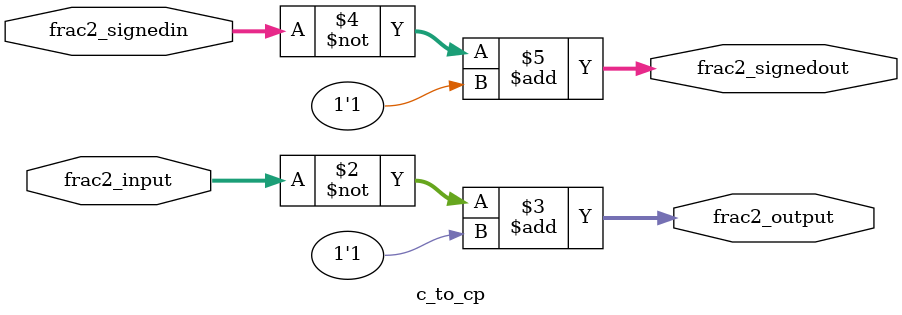
<source format=sv>
module c_to_cp
  (
   input [26:0] frac2_input,//25
   input [26:0] frac2_signedin,
   output reg [26:0] frac2_output,//25
   output reg [26:0] frac2_signedout
   );
 
   always_comb begin
   //find the two's complement of the frac2
      frac2_output[26:0] = (~frac2_input[26:0] + 1'b1);//25
      frac2_signedout[26:0] = (~frac2_signedin[26:0] + 1'b1);
   end
   
   
endmodule // c_to_cp

</source>
